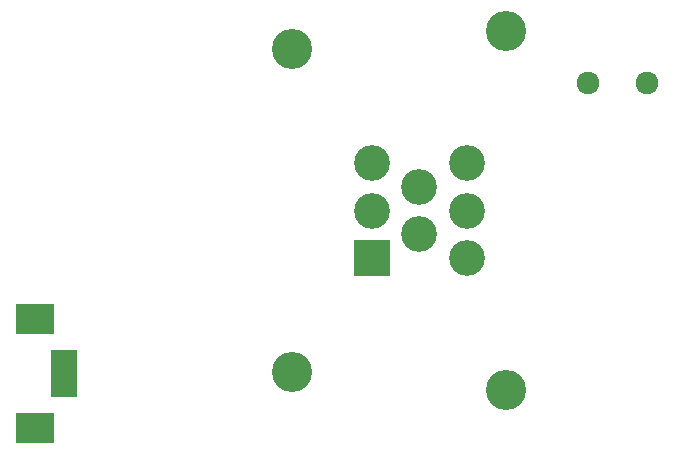
<source format=gbs>
G04 #@! TF.GenerationSoftware,KiCad,Pcbnew,(5.0.0-rc2-dev-130-g0bdae22af-dirty)*
G04 #@! TF.CreationDate,2018-05-29T16:10:21+03:00*
G04 #@! TF.ProjectId,display,646973706C61792E6B696361645F7063,1*
G04 #@! TF.SameCoordinates,Original*
G04 #@! TF.FileFunction,Soldermask,Bot*
G04 #@! TF.FilePolarity,Negative*
%FSLAX46Y46*%
G04 Gerber Fmt 4.6, Leading zero omitted, Abs format (unit mm)*
G04 Created by KiCad (PCBNEW (5.0.0-rc2-dev-130-g0bdae22af-dirty)) date Tue May 29 16:10:21 2018*
%MOMM*%
%LPD*%
G01*
G04 APERTURE LIST*
%ADD10R,3.023820X3.023820*%
%ADD11C,3.023820*%
%ADD12C,3.399740*%
%ADD13R,3.200000X2.500000*%
%ADD14R,2.300000X1.000000*%
%ADD15C,1.924000*%
G04 APERTURE END LIST*
D10*
X133999580Y-93999740D03*
D11*
X133999580Y-90001780D03*
X133999580Y-86003820D03*
X137997540Y-92000760D03*
X137997540Y-88002800D03*
X141995500Y-93999740D03*
X141995500Y-90001780D03*
X141995500Y-86003820D03*
D12*
X127200000Y-103700000D03*
X127200000Y-76303560D03*
X145297500Y-74802420D03*
X145297500Y-105201140D03*
D13*
X105450000Y-108450000D03*
X105450000Y-99150000D03*
D14*
X107950000Y-105300000D03*
X107950000Y-104300000D03*
X107950000Y-103300000D03*
X107950000Y-102300000D03*
D15*
X152300000Y-79200000D03*
X157300000Y-79200000D03*
M02*

</source>
